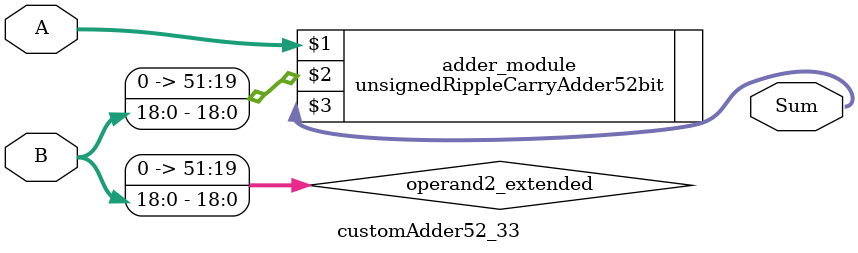
<source format=v>
module customAdder52_33(
                        input [51 : 0] A,
                        input [18 : 0] B,
                        
                        output [52 : 0] Sum
                );

        wire [51 : 0] operand2_extended;
        
        assign operand2_extended =  {33'b0, B};
        
        unsignedRippleCarryAdder52bit adder_module(
            A,
            operand2_extended,
            Sum
        );
        
        endmodule
        
</source>
